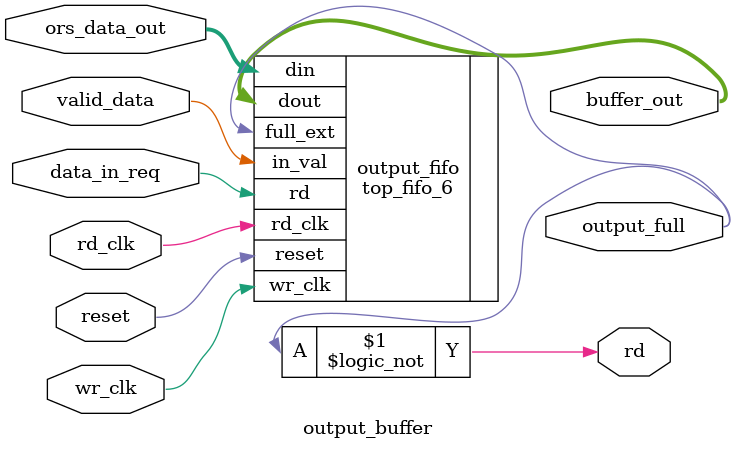
<source format=v>

module output_buffer(reset, rd_clk, wr_clk, data_in_req,  valid_data,
							output_full, rd, ors_data_out, buffer_out );

input reset, rd_clk, wr_clk, data_in_req, valid_data ;
input [31:0] ors_data_out ;
output output_full, rd ;
output [31:0] buffer_out ;



top_fifo_6 output_fifo(.reset(reset), .rd_clk(rd_clk), .rd(data_in_req),
							  .din(ors_data_out), .wr_clk(wr_clk), .in_val(valid_data),
							  .dout(buffer_out), .full_ext(output_full) ) ;

assign rd = ! output_full ;

endmodule
</source>
